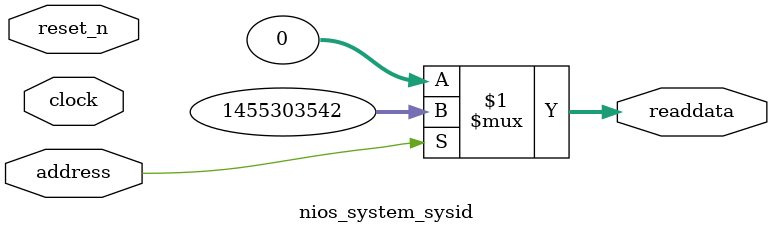
<source format=v>

`timescale 1ns / 1ps
// synthesis translate_on

// turn off superfluous verilog processor warnings 
// altera message_level Level1 
// altera message_off 10034 10035 10036 10037 10230 10240 10030 

module nios_system_sysid (
               // inputs:
                address,
                clock,
                reset_n,

               // outputs:
                readdata
             )
;

  output  [ 31: 0] readdata;
  input            address;
  input            clock;
  input            reset_n;

  wire    [ 31: 0] readdata;
  //control_slave, which is an e_avalon_slave
  assign readdata = address ? 1455303542 : 0;

endmodule




</source>
